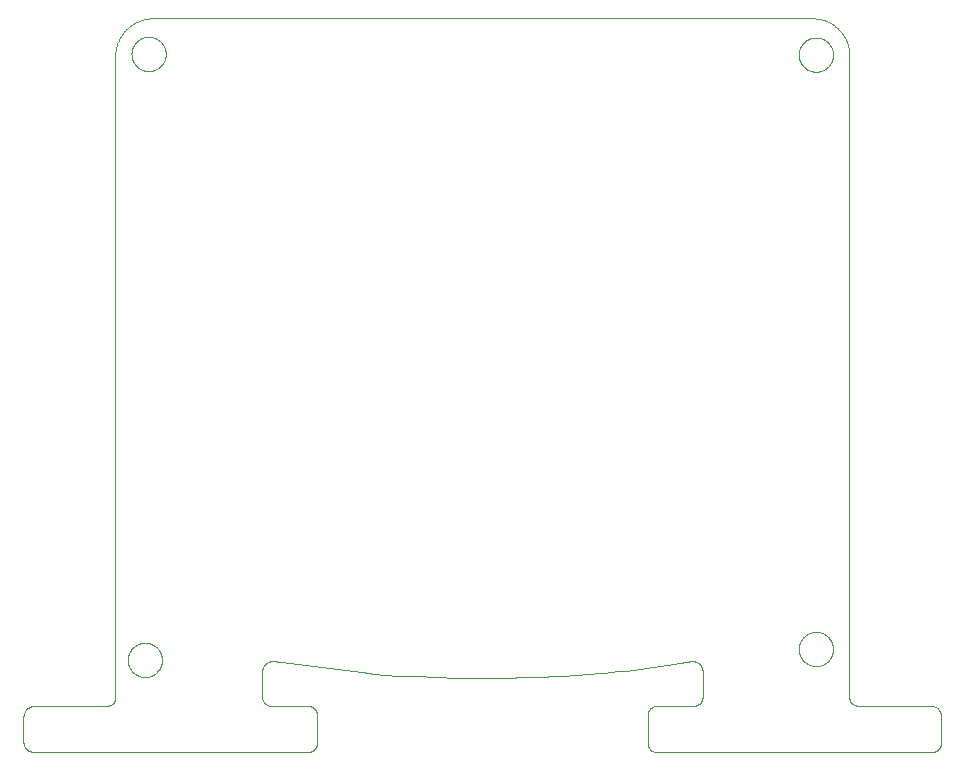
<source format=gbp>
G75*
%MOIN*%
%OFA0B0*%
%FSLAX25Y25*%
%IPPOS*%
%LPD*%
%AMOC8*
5,1,8,0,0,1.08239X$1,22.5*
%
%ADD10C,0.00000*%
%ADD11C,0.00300*%
D10*
X0035911Y0031893D02*
X0035913Y0032044D01*
X0035919Y0032194D01*
X0035929Y0032345D01*
X0035943Y0032495D01*
X0035961Y0032644D01*
X0035982Y0032794D01*
X0036008Y0032942D01*
X0036038Y0033090D01*
X0036071Y0033237D01*
X0036109Y0033383D01*
X0036150Y0033528D01*
X0036195Y0033672D01*
X0036244Y0033814D01*
X0036297Y0033955D01*
X0036353Y0034095D01*
X0036413Y0034233D01*
X0036476Y0034370D01*
X0036544Y0034505D01*
X0036614Y0034638D01*
X0036688Y0034769D01*
X0036766Y0034898D01*
X0036847Y0035025D01*
X0036931Y0035150D01*
X0037019Y0035273D01*
X0037110Y0035393D01*
X0037204Y0035511D01*
X0037301Y0035626D01*
X0037401Y0035739D01*
X0037504Y0035849D01*
X0037610Y0035956D01*
X0037719Y0036061D01*
X0037830Y0036162D01*
X0037944Y0036261D01*
X0038060Y0036356D01*
X0038180Y0036449D01*
X0038301Y0036538D01*
X0038425Y0036624D01*
X0038551Y0036707D01*
X0038679Y0036786D01*
X0038809Y0036862D01*
X0038941Y0036935D01*
X0039075Y0037003D01*
X0039211Y0037069D01*
X0039349Y0037131D01*
X0039488Y0037189D01*
X0039628Y0037243D01*
X0039770Y0037294D01*
X0039913Y0037341D01*
X0040058Y0037384D01*
X0040203Y0037423D01*
X0040350Y0037459D01*
X0040497Y0037490D01*
X0040645Y0037518D01*
X0040794Y0037542D01*
X0040943Y0037562D01*
X0041093Y0037578D01*
X0041243Y0037590D01*
X0041394Y0037598D01*
X0041545Y0037602D01*
X0041695Y0037602D01*
X0041846Y0037598D01*
X0041997Y0037590D01*
X0042147Y0037578D01*
X0042297Y0037562D01*
X0042446Y0037542D01*
X0042595Y0037518D01*
X0042743Y0037490D01*
X0042890Y0037459D01*
X0043037Y0037423D01*
X0043182Y0037384D01*
X0043327Y0037341D01*
X0043470Y0037294D01*
X0043612Y0037243D01*
X0043752Y0037189D01*
X0043891Y0037131D01*
X0044029Y0037069D01*
X0044165Y0037003D01*
X0044299Y0036935D01*
X0044431Y0036862D01*
X0044561Y0036786D01*
X0044689Y0036707D01*
X0044815Y0036624D01*
X0044939Y0036538D01*
X0045060Y0036449D01*
X0045180Y0036356D01*
X0045296Y0036261D01*
X0045410Y0036162D01*
X0045521Y0036061D01*
X0045630Y0035956D01*
X0045736Y0035849D01*
X0045839Y0035739D01*
X0045939Y0035626D01*
X0046036Y0035511D01*
X0046130Y0035393D01*
X0046221Y0035273D01*
X0046309Y0035150D01*
X0046393Y0035025D01*
X0046474Y0034898D01*
X0046552Y0034769D01*
X0046626Y0034638D01*
X0046696Y0034505D01*
X0046764Y0034370D01*
X0046827Y0034233D01*
X0046887Y0034095D01*
X0046943Y0033955D01*
X0046996Y0033814D01*
X0047045Y0033672D01*
X0047090Y0033528D01*
X0047131Y0033383D01*
X0047169Y0033237D01*
X0047202Y0033090D01*
X0047232Y0032942D01*
X0047258Y0032794D01*
X0047279Y0032644D01*
X0047297Y0032495D01*
X0047311Y0032345D01*
X0047321Y0032194D01*
X0047327Y0032044D01*
X0047329Y0031893D01*
X0047327Y0031742D01*
X0047321Y0031592D01*
X0047311Y0031441D01*
X0047297Y0031291D01*
X0047279Y0031142D01*
X0047258Y0030992D01*
X0047232Y0030844D01*
X0047202Y0030696D01*
X0047169Y0030549D01*
X0047131Y0030403D01*
X0047090Y0030258D01*
X0047045Y0030114D01*
X0046996Y0029972D01*
X0046943Y0029831D01*
X0046887Y0029691D01*
X0046827Y0029553D01*
X0046764Y0029416D01*
X0046696Y0029281D01*
X0046626Y0029148D01*
X0046552Y0029017D01*
X0046474Y0028888D01*
X0046393Y0028761D01*
X0046309Y0028636D01*
X0046221Y0028513D01*
X0046130Y0028393D01*
X0046036Y0028275D01*
X0045939Y0028160D01*
X0045839Y0028047D01*
X0045736Y0027937D01*
X0045630Y0027830D01*
X0045521Y0027725D01*
X0045410Y0027624D01*
X0045296Y0027525D01*
X0045180Y0027430D01*
X0045060Y0027337D01*
X0044939Y0027248D01*
X0044815Y0027162D01*
X0044689Y0027079D01*
X0044561Y0027000D01*
X0044431Y0026924D01*
X0044299Y0026851D01*
X0044165Y0026783D01*
X0044029Y0026717D01*
X0043891Y0026655D01*
X0043752Y0026597D01*
X0043612Y0026543D01*
X0043470Y0026492D01*
X0043327Y0026445D01*
X0043182Y0026402D01*
X0043037Y0026363D01*
X0042890Y0026327D01*
X0042743Y0026296D01*
X0042595Y0026268D01*
X0042446Y0026244D01*
X0042297Y0026224D01*
X0042147Y0026208D01*
X0041997Y0026196D01*
X0041846Y0026188D01*
X0041695Y0026184D01*
X0041545Y0026184D01*
X0041394Y0026188D01*
X0041243Y0026196D01*
X0041093Y0026208D01*
X0040943Y0026224D01*
X0040794Y0026244D01*
X0040645Y0026268D01*
X0040497Y0026296D01*
X0040350Y0026327D01*
X0040203Y0026363D01*
X0040058Y0026402D01*
X0039913Y0026445D01*
X0039770Y0026492D01*
X0039628Y0026543D01*
X0039488Y0026597D01*
X0039349Y0026655D01*
X0039211Y0026717D01*
X0039075Y0026783D01*
X0038941Y0026851D01*
X0038809Y0026924D01*
X0038679Y0027000D01*
X0038551Y0027079D01*
X0038425Y0027162D01*
X0038301Y0027248D01*
X0038180Y0027337D01*
X0038060Y0027430D01*
X0037944Y0027525D01*
X0037830Y0027624D01*
X0037719Y0027725D01*
X0037610Y0027830D01*
X0037504Y0027937D01*
X0037401Y0028047D01*
X0037301Y0028160D01*
X0037204Y0028275D01*
X0037110Y0028393D01*
X0037019Y0028513D01*
X0036931Y0028636D01*
X0036847Y0028761D01*
X0036766Y0028888D01*
X0036688Y0029017D01*
X0036614Y0029148D01*
X0036544Y0029281D01*
X0036476Y0029416D01*
X0036413Y0029553D01*
X0036353Y0029691D01*
X0036297Y0029831D01*
X0036244Y0029972D01*
X0036195Y0030114D01*
X0036150Y0030258D01*
X0036109Y0030403D01*
X0036071Y0030549D01*
X0036038Y0030696D01*
X0036008Y0030844D01*
X0035982Y0030992D01*
X0035961Y0031142D01*
X0035943Y0031291D01*
X0035929Y0031441D01*
X0035919Y0031592D01*
X0035913Y0031742D01*
X0035911Y0031893D01*
X0259600Y0035535D02*
X0259602Y0035686D01*
X0259608Y0035836D01*
X0259618Y0035987D01*
X0259632Y0036137D01*
X0259650Y0036286D01*
X0259671Y0036436D01*
X0259697Y0036584D01*
X0259727Y0036732D01*
X0259760Y0036879D01*
X0259798Y0037025D01*
X0259839Y0037170D01*
X0259884Y0037314D01*
X0259933Y0037456D01*
X0259986Y0037597D01*
X0260042Y0037737D01*
X0260102Y0037875D01*
X0260165Y0038012D01*
X0260233Y0038147D01*
X0260303Y0038280D01*
X0260377Y0038411D01*
X0260455Y0038540D01*
X0260536Y0038667D01*
X0260620Y0038792D01*
X0260708Y0038915D01*
X0260799Y0039035D01*
X0260893Y0039153D01*
X0260990Y0039268D01*
X0261090Y0039381D01*
X0261193Y0039491D01*
X0261299Y0039598D01*
X0261408Y0039703D01*
X0261519Y0039804D01*
X0261633Y0039903D01*
X0261749Y0039998D01*
X0261869Y0040091D01*
X0261990Y0040180D01*
X0262114Y0040266D01*
X0262240Y0040349D01*
X0262368Y0040428D01*
X0262498Y0040504D01*
X0262630Y0040577D01*
X0262764Y0040645D01*
X0262900Y0040711D01*
X0263038Y0040773D01*
X0263177Y0040831D01*
X0263317Y0040885D01*
X0263459Y0040936D01*
X0263602Y0040983D01*
X0263747Y0041026D01*
X0263892Y0041065D01*
X0264039Y0041101D01*
X0264186Y0041132D01*
X0264334Y0041160D01*
X0264483Y0041184D01*
X0264632Y0041204D01*
X0264782Y0041220D01*
X0264932Y0041232D01*
X0265083Y0041240D01*
X0265234Y0041244D01*
X0265384Y0041244D01*
X0265535Y0041240D01*
X0265686Y0041232D01*
X0265836Y0041220D01*
X0265986Y0041204D01*
X0266135Y0041184D01*
X0266284Y0041160D01*
X0266432Y0041132D01*
X0266579Y0041101D01*
X0266726Y0041065D01*
X0266871Y0041026D01*
X0267016Y0040983D01*
X0267159Y0040936D01*
X0267301Y0040885D01*
X0267441Y0040831D01*
X0267580Y0040773D01*
X0267718Y0040711D01*
X0267854Y0040645D01*
X0267988Y0040577D01*
X0268120Y0040504D01*
X0268250Y0040428D01*
X0268378Y0040349D01*
X0268504Y0040266D01*
X0268628Y0040180D01*
X0268749Y0040091D01*
X0268869Y0039998D01*
X0268985Y0039903D01*
X0269099Y0039804D01*
X0269210Y0039703D01*
X0269319Y0039598D01*
X0269425Y0039491D01*
X0269528Y0039381D01*
X0269628Y0039268D01*
X0269725Y0039153D01*
X0269819Y0039035D01*
X0269910Y0038915D01*
X0269998Y0038792D01*
X0270082Y0038667D01*
X0270163Y0038540D01*
X0270241Y0038411D01*
X0270315Y0038280D01*
X0270385Y0038147D01*
X0270453Y0038012D01*
X0270516Y0037875D01*
X0270576Y0037737D01*
X0270632Y0037597D01*
X0270685Y0037456D01*
X0270734Y0037314D01*
X0270779Y0037170D01*
X0270820Y0037025D01*
X0270858Y0036879D01*
X0270891Y0036732D01*
X0270921Y0036584D01*
X0270947Y0036436D01*
X0270968Y0036286D01*
X0270986Y0036137D01*
X0271000Y0035987D01*
X0271010Y0035836D01*
X0271016Y0035686D01*
X0271018Y0035535D01*
X0271016Y0035384D01*
X0271010Y0035234D01*
X0271000Y0035083D01*
X0270986Y0034933D01*
X0270968Y0034784D01*
X0270947Y0034634D01*
X0270921Y0034486D01*
X0270891Y0034338D01*
X0270858Y0034191D01*
X0270820Y0034045D01*
X0270779Y0033900D01*
X0270734Y0033756D01*
X0270685Y0033614D01*
X0270632Y0033473D01*
X0270576Y0033333D01*
X0270516Y0033195D01*
X0270453Y0033058D01*
X0270385Y0032923D01*
X0270315Y0032790D01*
X0270241Y0032659D01*
X0270163Y0032530D01*
X0270082Y0032403D01*
X0269998Y0032278D01*
X0269910Y0032155D01*
X0269819Y0032035D01*
X0269725Y0031917D01*
X0269628Y0031802D01*
X0269528Y0031689D01*
X0269425Y0031579D01*
X0269319Y0031472D01*
X0269210Y0031367D01*
X0269099Y0031266D01*
X0268985Y0031167D01*
X0268869Y0031072D01*
X0268749Y0030979D01*
X0268628Y0030890D01*
X0268504Y0030804D01*
X0268378Y0030721D01*
X0268250Y0030642D01*
X0268120Y0030566D01*
X0267988Y0030493D01*
X0267854Y0030425D01*
X0267718Y0030359D01*
X0267580Y0030297D01*
X0267441Y0030239D01*
X0267301Y0030185D01*
X0267159Y0030134D01*
X0267016Y0030087D01*
X0266871Y0030044D01*
X0266726Y0030005D01*
X0266579Y0029969D01*
X0266432Y0029938D01*
X0266284Y0029910D01*
X0266135Y0029886D01*
X0265986Y0029866D01*
X0265836Y0029850D01*
X0265686Y0029838D01*
X0265535Y0029830D01*
X0265384Y0029826D01*
X0265234Y0029826D01*
X0265083Y0029830D01*
X0264932Y0029838D01*
X0264782Y0029850D01*
X0264632Y0029866D01*
X0264483Y0029886D01*
X0264334Y0029910D01*
X0264186Y0029938D01*
X0264039Y0029969D01*
X0263892Y0030005D01*
X0263747Y0030044D01*
X0263602Y0030087D01*
X0263459Y0030134D01*
X0263317Y0030185D01*
X0263177Y0030239D01*
X0263038Y0030297D01*
X0262900Y0030359D01*
X0262764Y0030425D01*
X0262630Y0030493D01*
X0262498Y0030566D01*
X0262368Y0030642D01*
X0262240Y0030721D01*
X0262114Y0030804D01*
X0261990Y0030890D01*
X0261869Y0030979D01*
X0261749Y0031072D01*
X0261633Y0031167D01*
X0261519Y0031266D01*
X0261408Y0031367D01*
X0261299Y0031472D01*
X0261193Y0031579D01*
X0261090Y0031689D01*
X0260990Y0031802D01*
X0260893Y0031917D01*
X0260799Y0032035D01*
X0260708Y0032155D01*
X0260620Y0032278D01*
X0260536Y0032403D01*
X0260455Y0032530D01*
X0260377Y0032659D01*
X0260303Y0032790D01*
X0260233Y0032923D01*
X0260165Y0033058D01*
X0260102Y0033195D01*
X0260042Y0033333D01*
X0259986Y0033473D01*
X0259933Y0033614D01*
X0259884Y0033756D01*
X0259839Y0033900D01*
X0259798Y0034045D01*
X0259760Y0034191D01*
X0259727Y0034338D01*
X0259697Y0034486D01*
X0259671Y0034634D01*
X0259650Y0034784D01*
X0259632Y0034933D01*
X0259618Y0035083D01*
X0259608Y0035234D01*
X0259602Y0035384D01*
X0259600Y0035535D01*
X0259600Y0233661D02*
X0259602Y0233812D01*
X0259608Y0233962D01*
X0259618Y0234113D01*
X0259632Y0234263D01*
X0259650Y0234412D01*
X0259671Y0234562D01*
X0259697Y0234710D01*
X0259727Y0234858D01*
X0259760Y0235005D01*
X0259798Y0235151D01*
X0259839Y0235296D01*
X0259884Y0235440D01*
X0259933Y0235582D01*
X0259986Y0235723D01*
X0260042Y0235863D01*
X0260102Y0236001D01*
X0260165Y0236138D01*
X0260233Y0236273D01*
X0260303Y0236406D01*
X0260377Y0236537D01*
X0260455Y0236666D01*
X0260536Y0236793D01*
X0260620Y0236918D01*
X0260708Y0237041D01*
X0260799Y0237161D01*
X0260893Y0237279D01*
X0260990Y0237394D01*
X0261090Y0237507D01*
X0261193Y0237617D01*
X0261299Y0237724D01*
X0261408Y0237829D01*
X0261519Y0237930D01*
X0261633Y0238029D01*
X0261749Y0238124D01*
X0261869Y0238217D01*
X0261990Y0238306D01*
X0262114Y0238392D01*
X0262240Y0238475D01*
X0262368Y0238554D01*
X0262498Y0238630D01*
X0262630Y0238703D01*
X0262764Y0238771D01*
X0262900Y0238837D01*
X0263038Y0238899D01*
X0263177Y0238957D01*
X0263317Y0239011D01*
X0263459Y0239062D01*
X0263602Y0239109D01*
X0263747Y0239152D01*
X0263892Y0239191D01*
X0264039Y0239227D01*
X0264186Y0239258D01*
X0264334Y0239286D01*
X0264483Y0239310D01*
X0264632Y0239330D01*
X0264782Y0239346D01*
X0264932Y0239358D01*
X0265083Y0239366D01*
X0265234Y0239370D01*
X0265384Y0239370D01*
X0265535Y0239366D01*
X0265686Y0239358D01*
X0265836Y0239346D01*
X0265986Y0239330D01*
X0266135Y0239310D01*
X0266284Y0239286D01*
X0266432Y0239258D01*
X0266579Y0239227D01*
X0266726Y0239191D01*
X0266871Y0239152D01*
X0267016Y0239109D01*
X0267159Y0239062D01*
X0267301Y0239011D01*
X0267441Y0238957D01*
X0267580Y0238899D01*
X0267718Y0238837D01*
X0267854Y0238771D01*
X0267988Y0238703D01*
X0268120Y0238630D01*
X0268250Y0238554D01*
X0268378Y0238475D01*
X0268504Y0238392D01*
X0268628Y0238306D01*
X0268749Y0238217D01*
X0268869Y0238124D01*
X0268985Y0238029D01*
X0269099Y0237930D01*
X0269210Y0237829D01*
X0269319Y0237724D01*
X0269425Y0237617D01*
X0269528Y0237507D01*
X0269628Y0237394D01*
X0269725Y0237279D01*
X0269819Y0237161D01*
X0269910Y0237041D01*
X0269998Y0236918D01*
X0270082Y0236793D01*
X0270163Y0236666D01*
X0270241Y0236537D01*
X0270315Y0236406D01*
X0270385Y0236273D01*
X0270453Y0236138D01*
X0270516Y0236001D01*
X0270576Y0235863D01*
X0270632Y0235723D01*
X0270685Y0235582D01*
X0270734Y0235440D01*
X0270779Y0235296D01*
X0270820Y0235151D01*
X0270858Y0235005D01*
X0270891Y0234858D01*
X0270921Y0234710D01*
X0270947Y0234562D01*
X0270968Y0234412D01*
X0270986Y0234263D01*
X0271000Y0234113D01*
X0271010Y0233962D01*
X0271016Y0233812D01*
X0271018Y0233661D01*
X0271016Y0233510D01*
X0271010Y0233360D01*
X0271000Y0233209D01*
X0270986Y0233059D01*
X0270968Y0232910D01*
X0270947Y0232760D01*
X0270921Y0232612D01*
X0270891Y0232464D01*
X0270858Y0232317D01*
X0270820Y0232171D01*
X0270779Y0232026D01*
X0270734Y0231882D01*
X0270685Y0231740D01*
X0270632Y0231599D01*
X0270576Y0231459D01*
X0270516Y0231321D01*
X0270453Y0231184D01*
X0270385Y0231049D01*
X0270315Y0230916D01*
X0270241Y0230785D01*
X0270163Y0230656D01*
X0270082Y0230529D01*
X0269998Y0230404D01*
X0269910Y0230281D01*
X0269819Y0230161D01*
X0269725Y0230043D01*
X0269628Y0229928D01*
X0269528Y0229815D01*
X0269425Y0229705D01*
X0269319Y0229598D01*
X0269210Y0229493D01*
X0269099Y0229392D01*
X0268985Y0229293D01*
X0268869Y0229198D01*
X0268749Y0229105D01*
X0268628Y0229016D01*
X0268504Y0228930D01*
X0268378Y0228847D01*
X0268250Y0228768D01*
X0268120Y0228692D01*
X0267988Y0228619D01*
X0267854Y0228551D01*
X0267718Y0228485D01*
X0267580Y0228423D01*
X0267441Y0228365D01*
X0267301Y0228311D01*
X0267159Y0228260D01*
X0267016Y0228213D01*
X0266871Y0228170D01*
X0266726Y0228131D01*
X0266579Y0228095D01*
X0266432Y0228064D01*
X0266284Y0228036D01*
X0266135Y0228012D01*
X0265986Y0227992D01*
X0265836Y0227976D01*
X0265686Y0227964D01*
X0265535Y0227956D01*
X0265384Y0227952D01*
X0265234Y0227952D01*
X0265083Y0227956D01*
X0264932Y0227964D01*
X0264782Y0227976D01*
X0264632Y0227992D01*
X0264483Y0228012D01*
X0264334Y0228036D01*
X0264186Y0228064D01*
X0264039Y0228095D01*
X0263892Y0228131D01*
X0263747Y0228170D01*
X0263602Y0228213D01*
X0263459Y0228260D01*
X0263317Y0228311D01*
X0263177Y0228365D01*
X0263038Y0228423D01*
X0262900Y0228485D01*
X0262764Y0228551D01*
X0262630Y0228619D01*
X0262498Y0228692D01*
X0262368Y0228768D01*
X0262240Y0228847D01*
X0262114Y0228930D01*
X0261990Y0229016D01*
X0261869Y0229105D01*
X0261749Y0229198D01*
X0261633Y0229293D01*
X0261519Y0229392D01*
X0261408Y0229493D01*
X0261299Y0229598D01*
X0261193Y0229705D01*
X0261090Y0229815D01*
X0260990Y0229928D01*
X0260893Y0230043D01*
X0260799Y0230161D01*
X0260708Y0230281D01*
X0260620Y0230404D01*
X0260536Y0230529D01*
X0260455Y0230656D01*
X0260377Y0230785D01*
X0260303Y0230916D01*
X0260233Y0231049D01*
X0260165Y0231184D01*
X0260102Y0231321D01*
X0260042Y0231459D01*
X0259986Y0231599D01*
X0259933Y0231740D01*
X0259884Y0231882D01*
X0259839Y0232026D01*
X0259798Y0232171D01*
X0259760Y0232317D01*
X0259727Y0232464D01*
X0259697Y0232612D01*
X0259671Y0232760D01*
X0259650Y0232910D01*
X0259632Y0233059D01*
X0259618Y0233209D01*
X0259608Y0233360D01*
X0259602Y0233510D01*
X0259600Y0233661D01*
X0037169Y0233893D02*
X0037171Y0234044D01*
X0037177Y0234194D01*
X0037187Y0234345D01*
X0037201Y0234495D01*
X0037219Y0234644D01*
X0037240Y0234794D01*
X0037266Y0234942D01*
X0037296Y0235090D01*
X0037329Y0235237D01*
X0037367Y0235383D01*
X0037408Y0235528D01*
X0037453Y0235672D01*
X0037502Y0235814D01*
X0037555Y0235955D01*
X0037611Y0236095D01*
X0037671Y0236233D01*
X0037734Y0236370D01*
X0037802Y0236505D01*
X0037872Y0236638D01*
X0037946Y0236769D01*
X0038024Y0236898D01*
X0038105Y0237025D01*
X0038189Y0237150D01*
X0038277Y0237273D01*
X0038368Y0237393D01*
X0038462Y0237511D01*
X0038559Y0237626D01*
X0038659Y0237739D01*
X0038762Y0237849D01*
X0038868Y0237956D01*
X0038977Y0238061D01*
X0039088Y0238162D01*
X0039202Y0238261D01*
X0039318Y0238356D01*
X0039438Y0238449D01*
X0039559Y0238538D01*
X0039683Y0238624D01*
X0039809Y0238707D01*
X0039937Y0238786D01*
X0040067Y0238862D01*
X0040199Y0238935D01*
X0040333Y0239003D01*
X0040469Y0239069D01*
X0040607Y0239131D01*
X0040746Y0239189D01*
X0040886Y0239243D01*
X0041028Y0239294D01*
X0041171Y0239341D01*
X0041316Y0239384D01*
X0041461Y0239423D01*
X0041608Y0239459D01*
X0041755Y0239490D01*
X0041903Y0239518D01*
X0042052Y0239542D01*
X0042201Y0239562D01*
X0042351Y0239578D01*
X0042501Y0239590D01*
X0042652Y0239598D01*
X0042803Y0239602D01*
X0042953Y0239602D01*
X0043104Y0239598D01*
X0043255Y0239590D01*
X0043405Y0239578D01*
X0043555Y0239562D01*
X0043704Y0239542D01*
X0043853Y0239518D01*
X0044001Y0239490D01*
X0044148Y0239459D01*
X0044295Y0239423D01*
X0044440Y0239384D01*
X0044585Y0239341D01*
X0044728Y0239294D01*
X0044870Y0239243D01*
X0045010Y0239189D01*
X0045149Y0239131D01*
X0045287Y0239069D01*
X0045423Y0239003D01*
X0045557Y0238935D01*
X0045689Y0238862D01*
X0045819Y0238786D01*
X0045947Y0238707D01*
X0046073Y0238624D01*
X0046197Y0238538D01*
X0046318Y0238449D01*
X0046438Y0238356D01*
X0046554Y0238261D01*
X0046668Y0238162D01*
X0046779Y0238061D01*
X0046888Y0237956D01*
X0046994Y0237849D01*
X0047097Y0237739D01*
X0047197Y0237626D01*
X0047294Y0237511D01*
X0047388Y0237393D01*
X0047479Y0237273D01*
X0047567Y0237150D01*
X0047651Y0237025D01*
X0047732Y0236898D01*
X0047810Y0236769D01*
X0047884Y0236638D01*
X0047954Y0236505D01*
X0048022Y0236370D01*
X0048085Y0236233D01*
X0048145Y0236095D01*
X0048201Y0235955D01*
X0048254Y0235814D01*
X0048303Y0235672D01*
X0048348Y0235528D01*
X0048389Y0235383D01*
X0048427Y0235237D01*
X0048460Y0235090D01*
X0048490Y0234942D01*
X0048516Y0234794D01*
X0048537Y0234644D01*
X0048555Y0234495D01*
X0048569Y0234345D01*
X0048579Y0234194D01*
X0048585Y0234044D01*
X0048587Y0233893D01*
X0048585Y0233742D01*
X0048579Y0233592D01*
X0048569Y0233441D01*
X0048555Y0233291D01*
X0048537Y0233142D01*
X0048516Y0232992D01*
X0048490Y0232844D01*
X0048460Y0232696D01*
X0048427Y0232549D01*
X0048389Y0232403D01*
X0048348Y0232258D01*
X0048303Y0232114D01*
X0048254Y0231972D01*
X0048201Y0231831D01*
X0048145Y0231691D01*
X0048085Y0231553D01*
X0048022Y0231416D01*
X0047954Y0231281D01*
X0047884Y0231148D01*
X0047810Y0231017D01*
X0047732Y0230888D01*
X0047651Y0230761D01*
X0047567Y0230636D01*
X0047479Y0230513D01*
X0047388Y0230393D01*
X0047294Y0230275D01*
X0047197Y0230160D01*
X0047097Y0230047D01*
X0046994Y0229937D01*
X0046888Y0229830D01*
X0046779Y0229725D01*
X0046668Y0229624D01*
X0046554Y0229525D01*
X0046438Y0229430D01*
X0046318Y0229337D01*
X0046197Y0229248D01*
X0046073Y0229162D01*
X0045947Y0229079D01*
X0045819Y0229000D01*
X0045689Y0228924D01*
X0045557Y0228851D01*
X0045423Y0228783D01*
X0045287Y0228717D01*
X0045149Y0228655D01*
X0045010Y0228597D01*
X0044870Y0228543D01*
X0044728Y0228492D01*
X0044585Y0228445D01*
X0044440Y0228402D01*
X0044295Y0228363D01*
X0044148Y0228327D01*
X0044001Y0228296D01*
X0043853Y0228268D01*
X0043704Y0228244D01*
X0043555Y0228224D01*
X0043405Y0228208D01*
X0043255Y0228196D01*
X0043104Y0228188D01*
X0042953Y0228184D01*
X0042803Y0228184D01*
X0042652Y0228188D01*
X0042501Y0228196D01*
X0042351Y0228208D01*
X0042201Y0228224D01*
X0042052Y0228244D01*
X0041903Y0228268D01*
X0041755Y0228296D01*
X0041608Y0228327D01*
X0041461Y0228363D01*
X0041316Y0228402D01*
X0041171Y0228445D01*
X0041028Y0228492D01*
X0040886Y0228543D01*
X0040746Y0228597D01*
X0040607Y0228655D01*
X0040469Y0228717D01*
X0040333Y0228783D01*
X0040199Y0228851D01*
X0040067Y0228924D01*
X0039937Y0229000D01*
X0039809Y0229079D01*
X0039683Y0229162D01*
X0039559Y0229248D01*
X0039438Y0229337D01*
X0039318Y0229430D01*
X0039202Y0229525D01*
X0039088Y0229624D01*
X0038977Y0229725D01*
X0038868Y0229830D01*
X0038762Y0229937D01*
X0038659Y0230047D01*
X0038559Y0230160D01*
X0038462Y0230275D01*
X0038368Y0230393D01*
X0038277Y0230513D01*
X0038189Y0230636D01*
X0038105Y0230761D01*
X0038024Y0230888D01*
X0037946Y0231017D01*
X0037872Y0231148D01*
X0037802Y0231281D01*
X0037734Y0231416D01*
X0037671Y0231553D01*
X0037611Y0231691D01*
X0037555Y0231831D01*
X0037502Y0231972D01*
X0037453Y0232114D01*
X0037408Y0232258D01*
X0037367Y0232403D01*
X0037329Y0232549D01*
X0037296Y0232696D01*
X0037266Y0232844D01*
X0037240Y0232992D01*
X0037219Y0233142D01*
X0037201Y0233291D01*
X0037187Y0233441D01*
X0037177Y0233592D01*
X0037171Y0233742D01*
X0037169Y0233893D01*
D11*
X0004425Y0001268D02*
X0096163Y0001268D01*
X0096267Y0001270D01*
X0096372Y0001276D01*
X0096476Y0001285D01*
X0096580Y0001298D01*
X0096683Y0001316D01*
X0096785Y0001336D01*
X0096887Y0001361D01*
X0096987Y0001389D01*
X0097087Y0001421D01*
X0097185Y0001457D01*
X0097282Y0001496D01*
X0097377Y0001539D01*
X0097471Y0001585D01*
X0097563Y0001634D01*
X0097653Y0001687D01*
X0097742Y0001743D01*
X0097828Y0001802D01*
X0097912Y0001865D01*
X0097993Y0001930D01*
X0098072Y0001998D01*
X0098149Y0002069D01*
X0098223Y0002143D01*
X0098294Y0002220D01*
X0098362Y0002299D01*
X0098427Y0002380D01*
X0098490Y0002464D01*
X0098549Y0002550D01*
X0098605Y0002639D01*
X0098658Y0002729D01*
X0098707Y0002821D01*
X0098753Y0002915D01*
X0098796Y0003010D01*
X0098835Y0003107D01*
X0098871Y0003205D01*
X0098903Y0003305D01*
X0098931Y0003405D01*
X0098956Y0003507D01*
X0098976Y0003609D01*
X0098994Y0003712D01*
X0099007Y0003816D01*
X0099016Y0003920D01*
X0099022Y0004025D01*
X0099024Y0004129D01*
X0099024Y0013457D01*
X0099022Y0013569D01*
X0099016Y0013680D01*
X0099006Y0013791D01*
X0098992Y0013902D01*
X0098974Y0014012D01*
X0098953Y0014121D01*
X0098927Y0014230D01*
X0098897Y0014338D01*
X0098864Y0014444D01*
X0098827Y0014549D01*
X0098786Y0014653D01*
X0098742Y0014756D01*
X0098693Y0014856D01*
X0098642Y0014955D01*
X0098586Y0015052D01*
X0098528Y0015147D01*
X0098466Y0015240D01*
X0098400Y0015330D01*
X0098332Y0015418D01*
X0098260Y0015504D01*
X0098186Y0015587D01*
X0098108Y0015667D01*
X0098028Y0015745D01*
X0097945Y0015819D01*
X0097859Y0015891D01*
X0097771Y0015959D01*
X0097681Y0016025D01*
X0097588Y0016087D01*
X0097493Y0016145D01*
X0097396Y0016201D01*
X0097297Y0016252D01*
X0097197Y0016301D01*
X0097094Y0016345D01*
X0096990Y0016386D01*
X0096885Y0016423D01*
X0096779Y0016456D01*
X0096671Y0016486D01*
X0096562Y0016512D01*
X0096453Y0016533D01*
X0096343Y0016551D01*
X0096232Y0016565D01*
X0096121Y0016575D01*
X0096010Y0016581D01*
X0095898Y0016583D01*
X0083792Y0016583D01*
X0083682Y0016585D01*
X0083573Y0016591D01*
X0083463Y0016601D01*
X0083354Y0016614D01*
X0083246Y0016632D01*
X0083138Y0016653D01*
X0083032Y0016679D01*
X0082926Y0016708D01*
X0082821Y0016740D01*
X0082717Y0016777D01*
X0082615Y0016817D01*
X0082515Y0016861D01*
X0082416Y0016908D01*
X0082318Y0016959D01*
X0082223Y0017013D01*
X0082130Y0017071D01*
X0082038Y0017132D01*
X0081949Y0017196D01*
X0081863Y0017264D01*
X0081778Y0017334D01*
X0081697Y0017407D01*
X0081618Y0017484D01*
X0081541Y0017563D01*
X0081468Y0017644D01*
X0081398Y0017729D01*
X0081330Y0017815D01*
X0081266Y0017904D01*
X0081205Y0017996D01*
X0081147Y0018089D01*
X0081093Y0018184D01*
X0081042Y0018282D01*
X0080995Y0018381D01*
X0080951Y0018481D01*
X0080911Y0018583D01*
X0080874Y0018687D01*
X0080842Y0018792D01*
X0080813Y0018898D01*
X0080787Y0019004D01*
X0080766Y0019112D01*
X0080748Y0019220D01*
X0080735Y0019329D01*
X0080725Y0019439D01*
X0080719Y0019548D01*
X0080717Y0019658D01*
X0080717Y0028000D01*
X0080719Y0028117D01*
X0080725Y0028234D01*
X0080735Y0028351D01*
X0080748Y0028467D01*
X0080766Y0028583D01*
X0080787Y0028698D01*
X0080812Y0028813D01*
X0080842Y0028926D01*
X0080874Y0029038D01*
X0080911Y0029150D01*
X0080951Y0029260D01*
X0080995Y0029368D01*
X0081043Y0029475D01*
X0081094Y0029581D01*
X0081148Y0029684D01*
X0081206Y0029786D01*
X0081268Y0029886D01*
X0081332Y0029984D01*
X0081400Y0030079D01*
X0081471Y0030172D01*
X0081545Y0030263D01*
X0081623Y0030351D01*
X0081703Y0030437D01*
X0081785Y0030519D01*
X0081871Y0030599D01*
X0081959Y0030677D01*
X0082050Y0030751D01*
X0082143Y0030822D01*
X0082238Y0030890D01*
X0082336Y0030954D01*
X0082436Y0031016D01*
X0082538Y0031074D01*
X0082641Y0031128D01*
X0082747Y0031179D01*
X0082854Y0031227D01*
X0082962Y0031271D01*
X0083072Y0031311D01*
X0083184Y0031348D01*
X0083296Y0031380D01*
X0083409Y0031410D01*
X0083524Y0031435D01*
X0083639Y0031456D01*
X0083755Y0031474D01*
X0083871Y0031487D01*
X0083988Y0031497D01*
X0084105Y0031503D01*
X0084222Y0031505D01*
X0084280Y0031493D02*
X0113867Y0027725D01*
X0134339Y0026387D02*
X0136585Y0026349D01*
X0138830Y0026257D01*
X0141072Y0026111D01*
X0160047Y0025914D02*
X0160463Y0025888D01*
X0160879Y0025870D01*
X0161296Y0025861D01*
X0161712Y0025861D01*
X0162129Y0025870D01*
X0162545Y0025888D01*
X0162961Y0025914D01*
X0160048Y0025914D02*
X0159340Y0025959D01*
X0158631Y0025988D01*
X0157922Y0026003D01*
X0157213Y0026001D01*
X0156504Y0025985D01*
X0155796Y0025953D01*
X0162961Y0025914D02*
X0164544Y0026014D01*
X0166128Y0026081D01*
X0167714Y0026113D01*
X0169300Y0026111D01*
X0177016Y0026387D02*
X0178380Y0026489D01*
X0179745Y0026568D01*
X0181111Y0026623D01*
X0201977Y0028355D02*
X0215835Y0030244D01*
X0224101Y0031504D02*
X0224216Y0031502D01*
X0224330Y0031496D01*
X0224444Y0031487D01*
X0224558Y0031473D01*
X0224671Y0031456D01*
X0224784Y0031435D01*
X0224895Y0031411D01*
X0225006Y0031382D01*
X0225116Y0031350D01*
X0225225Y0031314D01*
X0225333Y0031275D01*
X0225439Y0031232D01*
X0225544Y0031186D01*
X0225647Y0031136D01*
X0225748Y0031082D01*
X0225847Y0031026D01*
X0225945Y0030966D01*
X0226041Y0030902D01*
X0226134Y0030836D01*
X0226225Y0030767D01*
X0226314Y0030694D01*
X0226400Y0030619D01*
X0226483Y0030540D01*
X0226564Y0030459D01*
X0226643Y0030376D01*
X0226718Y0030290D01*
X0226791Y0030201D01*
X0226860Y0030110D01*
X0226926Y0030017D01*
X0226990Y0029921D01*
X0227050Y0029823D01*
X0227106Y0029724D01*
X0227160Y0029623D01*
X0227210Y0029520D01*
X0227256Y0029415D01*
X0227299Y0029309D01*
X0227338Y0029201D01*
X0227374Y0029092D01*
X0227406Y0028982D01*
X0227435Y0028871D01*
X0227459Y0028760D01*
X0227480Y0028647D01*
X0227497Y0028534D01*
X0227511Y0028420D01*
X0227520Y0028306D01*
X0227526Y0028192D01*
X0227528Y0028077D01*
X0227528Y0019513D01*
X0227526Y0019407D01*
X0227520Y0019302D01*
X0227511Y0019197D01*
X0227497Y0019092D01*
X0227480Y0018988D01*
X0227459Y0018885D01*
X0227434Y0018782D01*
X0227405Y0018680D01*
X0227373Y0018580D01*
X0227337Y0018481D01*
X0227298Y0018383D01*
X0227255Y0018286D01*
X0227208Y0018192D01*
X0227158Y0018099D01*
X0227105Y0018007D01*
X0227048Y0017918D01*
X0226988Y0017831D01*
X0226925Y0017747D01*
X0226859Y0017664D01*
X0226790Y0017584D01*
X0226719Y0017507D01*
X0226644Y0017432D01*
X0226567Y0017361D01*
X0226487Y0017292D01*
X0226404Y0017226D01*
X0226320Y0017163D01*
X0226233Y0017103D01*
X0226144Y0017046D01*
X0226052Y0016993D01*
X0225959Y0016943D01*
X0225865Y0016896D01*
X0225768Y0016853D01*
X0225670Y0016814D01*
X0225571Y0016778D01*
X0225471Y0016746D01*
X0225369Y0016717D01*
X0225266Y0016692D01*
X0225163Y0016671D01*
X0225059Y0016654D01*
X0224954Y0016640D01*
X0224849Y0016631D01*
X0224744Y0016625D01*
X0224638Y0016623D01*
X0224638Y0016622D02*
X0212410Y0016622D01*
X0212410Y0016623D02*
X0212297Y0016621D01*
X0212185Y0016615D01*
X0212072Y0016605D01*
X0211961Y0016592D01*
X0211849Y0016574D01*
X0211739Y0016552D01*
X0211629Y0016527D01*
X0211520Y0016498D01*
X0211412Y0016465D01*
X0211306Y0016428D01*
X0211200Y0016388D01*
X0211097Y0016344D01*
X0210994Y0016296D01*
X0210894Y0016245D01*
X0210796Y0016190D01*
X0210699Y0016132D01*
X0210604Y0016071D01*
X0210512Y0016006D01*
X0210422Y0015938D01*
X0210334Y0015868D01*
X0210249Y0015794D01*
X0210167Y0015717D01*
X0210087Y0015637D01*
X0210010Y0015555D01*
X0209936Y0015470D01*
X0209866Y0015382D01*
X0209798Y0015292D01*
X0209733Y0015200D01*
X0209672Y0015105D01*
X0209614Y0015008D01*
X0209559Y0014910D01*
X0209508Y0014810D01*
X0209460Y0014707D01*
X0209416Y0014604D01*
X0209376Y0014498D01*
X0209339Y0014392D01*
X0209306Y0014284D01*
X0209277Y0014175D01*
X0209252Y0014065D01*
X0209230Y0013955D01*
X0209212Y0013843D01*
X0209199Y0013732D01*
X0209189Y0013619D01*
X0209183Y0013507D01*
X0209181Y0013394D01*
X0209181Y0013355D01*
X0209181Y0013276D02*
X0209181Y0004216D01*
X0209182Y0004216D02*
X0209184Y0004107D01*
X0209190Y0003997D01*
X0209200Y0003888D01*
X0209213Y0003780D01*
X0209231Y0003672D01*
X0209252Y0003564D01*
X0209277Y0003458D01*
X0209306Y0003352D01*
X0209339Y0003248D01*
X0209375Y0003145D01*
X0209415Y0003043D01*
X0209459Y0002942D01*
X0209506Y0002844D01*
X0209557Y0002747D01*
X0209611Y0002652D01*
X0209669Y0002558D01*
X0209730Y0002467D01*
X0209794Y0002379D01*
X0209861Y0002292D01*
X0209931Y0002208D01*
X0210004Y0002127D01*
X0210080Y0002048D01*
X0210159Y0001972D01*
X0210240Y0001899D01*
X0210324Y0001829D01*
X0210411Y0001762D01*
X0210499Y0001698D01*
X0210590Y0001637D01*
X0210684Y0001579D01*
X0210779Y0001525D01*
X0210876Y0001474D01*
X0210974Y0001427D01*
X0211075Y0001383D01*
X0211177Y0001343D01*
X0211280Y0001307D01*
X0211384Y0001274D01*
X0211490Y0001245D01*
X0211596Y0001220D01*
X0211704Y0001199D01*
X0211812Y0001181D01*
X0211920Y0001168D01*
X0212029Y0001158D01*
X0212139Y0001152D01*
X0212248Y0001150D01*
X0303740Y0001150D01*
X0303853Y0001152D01*
X0303966Y0001158D01*
X0304079Y0001167D01*
X0304191Y0001181D01*
X0304303Y0001198D01*
X0304414Y0001219D01*
X0304525Y0001244D01*
X0304634Y0001273D01*
X0304743Y0001305D01*
X0304850Y0001341D01*
X0304956Y0001381D01*
X0305061Y0001424D01*
X0305164Y0001471D01*
X0305265Y0001522D01*
X0305365Y0001575D01*
X0305462Y0001633D01*
X0305558Y0001693D01*
X0305652Y0001757D01*
X0305743Y0001824D01*
X0305832Y0001894D01*
X0305919Y0001966D01*
X0306003Y0002042D01*
X0306084Y0002121D01*
X0306163Y0002202D01*
X0306239Y0002286D01*
X0306311Y0002373D01*
X0306381Y0002462D01*
X0306448Y0002553D01*
X0306512Y0002647D01*
X0306572Y0002743D01*
X0306630Y0002840D01*
X0306683Y0002940D01*
X0306734Y0003041D01*
X0306781Y0003144D01*
X0306824Y0003249D01*
X0306864Y0003355D01*
X0306900Y0003462D01*
X0306932Y0003571D01*
X0306961Y0003680D01*
X0306986Y0003791D01*
X0307007Y0003902D01*
X0307024Y0004014D01*
X0307038Y0004126D01*
X0307047Y0004239D01*
X0307053Y0004352D01*
X0307055Y0004465D01*
X0307056Y0004465D02*
X0307056Y0013087D01*
X0307054Y0013205D01*
X0307048Y0013323D01*
X0307038Y0013441D01*
X0307024Y0013558D01*
X0307007Y0013675D01*
X0306985Y0013791D01*
X0306960Y0013907D01*
X0306930Y0014021D01*
X0306897Y0014135D01*
X0306860Y0014247D01*
X0306820Y0014358D01*
X0306775Y0014467D01*
X0306727Y0014575D01*
X0306676Y0014682D01*
X0306621Y0014786D01*
X0306562Y0014889D01*
X0306500Y0014990D01*
X0306435Y0015088D01*
X0306367Y0015184D01*
X0306295Y0015278D01*
X0306220Y0015370D01*
X0306142Y0015459D01*
X0306062Y0015545D01*
X0305978Y0015629D01*
X0305892Y0015709D01*
X0305803Y0015787D01*
X0305711Y0015862D01*
X0305617Y0015934D01*
X0305521Y0016002D01*
X0305423Y0016067D01*
X0305322Y0016129D01*
X0305219Y0016188D01*
X0305115Y0016243D01*
X0305008Y0016294D01*
X0304900Y0016342D01*
X0304791Y0016387D01*
X0304680Y0016427D01*
X0304568Y0016464D01*
X0304454Y0016497D01*
X0304340Y0016527D01*
X0304224Y0016552D01*
X0304108Y0016574D01*
X0303991Y0016591D01*
X0303874Y0016605D01*
X0303756Y0016615D01*
X0303638Y0016621D01*
X0303520Y0016623D01*
X0303520Y0016622D02*
X0279273Y0016622D01*
X0279168Y0016624D01*
X0279063Y0016630D01*
X0278959Y0016640D01*
X0278854Y0016653D01*
X0278751Y0016671D01*
X0278648Y0016692D01*
X0278546Y0016718D01*
X0278445Y0016747D01*
X0278346Y0016780D01*
X0278247Y0016816D01*
X0278150Y0016856D01*
X0278055Y0016900D01*
X0277961Y0016947D01*
X0277869Y0016998D01*
X0277779Y0017052D01*
X0277691Y0017110D01*
X0277606Y0017171D01*
X0277522Y0017235D01*
X0277441Y0017302D01*
X0277363Y0017372D01*
X0277287Y0017444D01*
X0277215Y0017520D01*
X0277145Y0017598D01*
X0277078Y0017679D01*
X0277014Y0017763D01*
X0276953Y0017848D01*
X0276895Y0017936D01*
X0276841Y0018026D01*
X0276790Y0018118D01*
X0276743Y0018212D01*
X0276699Y0018307D01*
X0276659Y0018404D01*
X0276623Y0018503D01*
X0276590Y0018602D01*
X0276561Y0018703D01*
X0276535Y0018805D01*
X0276514Y0018908D01*
X0276496Y0019011D01*
X0276483Y0019116D01*
X0276473Y0019220D01*
X0276467Y0019325D01*
X0276465Y0019430D01*
X0276465Y0233385D01*
X0276461Y0233684D01*
X0276451Y0233983D01*
X0276433Y0234281D01*
X0276407Y0234579D01*
X0276375Y0234876D01*
X0276335Y0235172D01*
X0276288Y0235468D01*
X0276235Y0235762D01*
X0276174Y0236054D01*
X0276106Y0236346D01*
X0276030Y0236635D01*
X0275948Y0236922D01*
X0275860Y0237208D01*
X0275764Y0237491D01*
X0275661Y0237772D01*
X0275552Y0238050D01*
X0275436Y0238326D01*
X0275313Y0238598D01*
X0275184Y0238868D01*
X0275048Y0239134D01*
X0274906Y0239397D01*
X0274757Y0239657D01*
X0274603Y0239912D01*
X0274442Y0240164D01*
X0274275Y0240413D01*
X0274102Y0240656D01*
X0273924Y0240896D01*
X0273739Y0241132D01*
X0273549Y0241362D01*
X0273354Y0241588D01*
X0273153Y0241810D01*
X0272947Y0242026D01*
X0272735Y0242238D01*
X0272519Y0242444D01*
X0272297Y0242645D01*
X0272071Y0242840D01*
X0271841Y0243030D01*
X0271605Y0243215D01*
X0271365Y0243393D01*
X0271122Y0243566D01*
X0270873Y0243733D01*
X0270621Y0243894D01*
X0270366Y0244048D01*
X0270106Y0244197D01*
X0269843Y0244339D01*
X0269577Y0244475D01*
X0269307Y0244604D01*
X0269035Y0244727D01*
X0268759Y0244843D01*
X0268481Y0244952D01*
X0268200Y0245055D01*
X0267917Y0245151D01*
X0267631Y0245239D01*
X0267344Y0245321D01*
X0267055Y0245397D01*
X0266763Y0245465D01*
X0266471Y0245526D01*
X0266177Y0245579D01*
X0265881Y0245626D01*
X0265585Y0245666D01*
X0265288Y0245698D01*
X0264990Y0245724D01*
X0264692Y0245742D01*
X0264393Y0245752D01*
X0264094Y0245756D01*
X0044338Y0245756D01*
X0044338Y0245757D02*
X0044029Y0245753D01*
X0043721Y0245742D01*
X0043413Y0245723D01*
X0043106Y0245696D01*
X0042800Y0245662D01*
X0042494Y0245620D01*
X0042190Y0245571D01*
X0041887Y0245515D01*
X0041585Y0245451D01*
X0041285Y0245379D01*
X0040987Y0245301D01*
X0040691Y0245215D01*
X0040397Y0245122D01*
X0040105Y0245021D01*
X0039816Y0244914D01*
X0039530Y0244799D01*
X0039246Y0244678D01*
X0038966Y0244549D01*
X0038689Y0244414D01*
X0038415Y0244272D01*
X0038145Y0244123D01*
X0037879Y0243968D01*
X0037616Y0243806D01*
X0037358Y0243638D01*
X0037104Y0243463D01*
X0036854Y0243282D01*
X0036608Y0243096D01*
X0036368Y0242903D01*
X0036132Y0242704D01*
X0035901Y0242500D01*
X0035675Y0242290D01*
X0035454Y0242075D01*
X0035239Y0241854D01*
X0035029Y0241628D01*
X0034825Y0241397D01*
X0034626Y0241161D01*
X0034434Y0240920D01*
X0034247Y0240675D01*
X0034066Y0240425D01*
X0033892Y0240171D01*
X0033724Y0239912D01*
X0033562Y0239649D01*
X0033407Y0239383D01*
X0033258Y0239113D01*
X0033116Y0238839D01*
X0032981Y0238562D01*
X0032853Y0238282D01*
X0032731Y0237998D01*
X0032617Y0237712D01*
X0032509Y0237423D01*
X0032409Y0237131D01*
X0032316Y0236837D01*
X0032230Y0236541D01*
X0032151Y0236243D01*
X0032080Y0235943D01*
X0032016Y0235641D01*
X0031960Y0235338D01*
X0031911Y0235034D01*
X0031869Y0234728D01*
X0031835Y0234422D01*
X0031809Y0234114D01*
X0031790Y0233807D01*
X0031779Y0233498D01*
X0031775Y0233190D01*
X0031776Y0233190D02*
X0031702Y0019200D01*
X0031702Y0019201D02*
X0031700Y0019100D01*
X0031695Y0018999D01*
X0031685Y0018898D01*
X0031672Y0018799D01*
X0031654Y0018699D01*
X0031633Y0018601D01*
X0031608Y0018503D01*
X0031579Y0018406D01*
X0031546Y0018311D01*
X0031509Y0018217D01*
X0031469Y0018124D01*
X0031425Y0018033D01*
X0031378Y0017944D01*
X0031327Y0017857D01*
X0031273Y0017772D01*
X0031216Y0017689D01*
X0031155Y0017608D01*
X0031091Y0017530D01*
X0031025Y0017454D01*
X0030955Y0017381D01*
X0030882Y0017311D01*
X0030807Y0017244D01*
X0030729Y0017180D01*
X0030649Y0017119D01*
X0030567Y0017061D01*
X0030482Y0017006D01*
X0030395Y0016955D01*
X0030306Y0016907D01*
X0030215Y0016863D01*
X0030123Y0016822D01*
X0030029Y0016785D01*
X0029934Y0016751D01*
X0029838Y0016722D01*
X0029740Y0016696D01*
X0029642Y0016674D01*
X0029542Y0016656D01*
X0029442Y0016642D01*
X0029342Y0016632D01*
X0029241Y0016625D01*
X0029140Y0016623D01*
X0029140Y0016622D02*
X0004940Y0016622D01*
X0004940Y0016623D02*
X0004819Y0016621D01*
X0004697Y0016615D01*
X0004576Y0016605D01*
X0004455Y0016592D01*
X0004335Y0016574D01*
X0004216Y0016553D01*
X0004097Y0016528D01*
X0003979Y0016499D01*
X0003862Y0016466D01*
X0003746Y0016430D01*
X0003631Y0016390D01*
X0003518Y0016346D01*
X0003406Y0016299D01*
X0003296Y0016248D01*
X0003187Y0016193D01*
X0003080Y0016135D01*
X0002975Y0016074D01*
X0002872Y0016009D01*
X0002772Y0015941D01*
X0002673Y0015870D01*
X0002577Y0015796D01*
X0002483Y0015719D01*
X0002392Y0015639D01*
X0002303Y0015556D01*
X0002217Y0015470D01*
X0002134Y0015381D01*
X0002054Y0015290D01*
X0001977Y0015196D01*
X0001903Y0015100D01*
X0001832Y0015001D01*
X0001764Y0014901D01*
X0001699Y0014798D01*
X0001638Y0014693D01*
X0001580Y0014586D01*
X0001525Y0014477D01*
X0001474Y0014367D01*
X0001427Y0014255D01*
X0001383Y0014142D01*
X0001343Y0014027D01*
X0001307Y0013911D01*
X0001274Y0013794D01*
X0001245Y0013676D01*
X0001220Y0013557D01*
X0001199Y0013438D01*
X0001181Y0013318D01*
X0001168Y0013197D01*
X0001158Y0013076D01*
X0001152Y0012954D01*
X0001150Y0012833D01*
X0001150Y0004543D01*
X0001152Y0004431D01*
X0001158Y0004320D01*
X0001167Y0004208D01*
X0001181Y0004097D01*
X0001198Y0003987D01*
X0001218Y0003877D01*
X0001243Y0003768D01*
X0001271Y0003659D01*
X0001303Y0003552D01*
X0001339Y0003446D01*
X0001378Y0003342D01*
X0001421Y0003238D01*
X0001467Y0003136D01*
X0001517Y0003036D01*
X0001570Y0002938D01*
X0001627Y0002841D01*
X0001687Y0002747D01*
X0001749Y0002654D01*
X0001815Y0002564D01*
X0001885Y0002476D01*
X0001957Y0002391D01*
X0002032Y0002308D01*
X0002109Y0002227D01*
X0002190Y0002150D01*
X0002273Y0002075D01*
X0002358Y0002003D01*
X0002446Y0001933D01*
X0002536Y0001867D01*
X0002629Y0001805D01*
X0002723Y0001745D01*
X0002820Y0001688D01*
X0002918Y0001635D01*
X0003018Y0001585D01*
X0003120Y0001539D01*
X0003224Y0001496D01*
X0003328Y0001457D01*
X0003434Y0001421D01*
X0003541Y0001389D01*
X0003650Y0001361D01*
X0003759Y0001336D01*
X0003869Y0001316D01*
X0003979Y0001299D01*
X0004090Y0001285D01*
X0004202Y0001276D01*
X0004313Y0001270D01*
X0004425Y0001268D01*
X0169300Y0026111D02*
X0171231Y0026111D01*
X0173161Y0026156D01*
X0175090Y0026248D01*
X0177016Y0026387D01*
X0197685Y0027962D02*
X0198745Y0028090D01*
X0199808Y0028198D01*
X0200872Y0028286D01*
X0201937Y0028355D01*
X0155796Y0025953D02*
X0153342Y0025844D01*
X0150887Y0025788D01*
X0148431Y0025787D01*
X0145976Y0025841D01*
X0143522Y0025949D01*
X0141072Y0026111D01*
X0134339Y0026386D02*
X0130234Y0026455D01*
X0126132Y0026624D01*
X0122035Y0026892D01*
X0117946Y0027259D01*
X0113866Y0027724D01*
X0181110Y0026623D02*
X0185265Y0026805D01*
X0189414Y0027090D01*
X0193555Y0027475D01*
X0197685Y0027961D01*
X0215835Y0030244D02*
X0219993Y0030843D01*
X0224142Y0031504D01*
M02*

</source>
